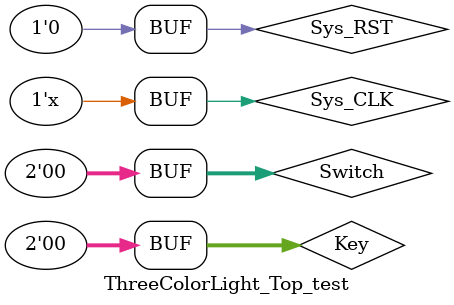
<source format=v>
`timescale 1ns / 1ps


module ThreeColorLight_Top_test;

	// Inputs
	reg Sys_CLK;
	reg Sys_RST;
	reg [1:0] Key;
	reg [1:0] Switch;

	// Outputs
	wire [3:0] LED;
	wire [7:0] SEG;
	wire [1:0] COM;
	
	// Instantiate the Unit Under Test (UUT)
	ThreeColorLight_Top uut (
		.Sys_CLK(Sys_CLK), 
		.Sys_RST(Sys_RST), 
		.Key(Key), 
		.Switch(Switch), 
		.LED(LED), 
		.SEG(SEG), 
		.COM(COM)
	);

	always #10 Sys_CLK = ~Sys_CLK;
	
	initial begin
		// Initialize Inputs
		Sys_CLK = 0;
		Sys_RST = 0;
		Key = 0;
		Switch = 0;

		// Wait 100 ns for global reset to finish
		#100;
        
		// Add stimulus here

	end
      
endmodule


</source>
